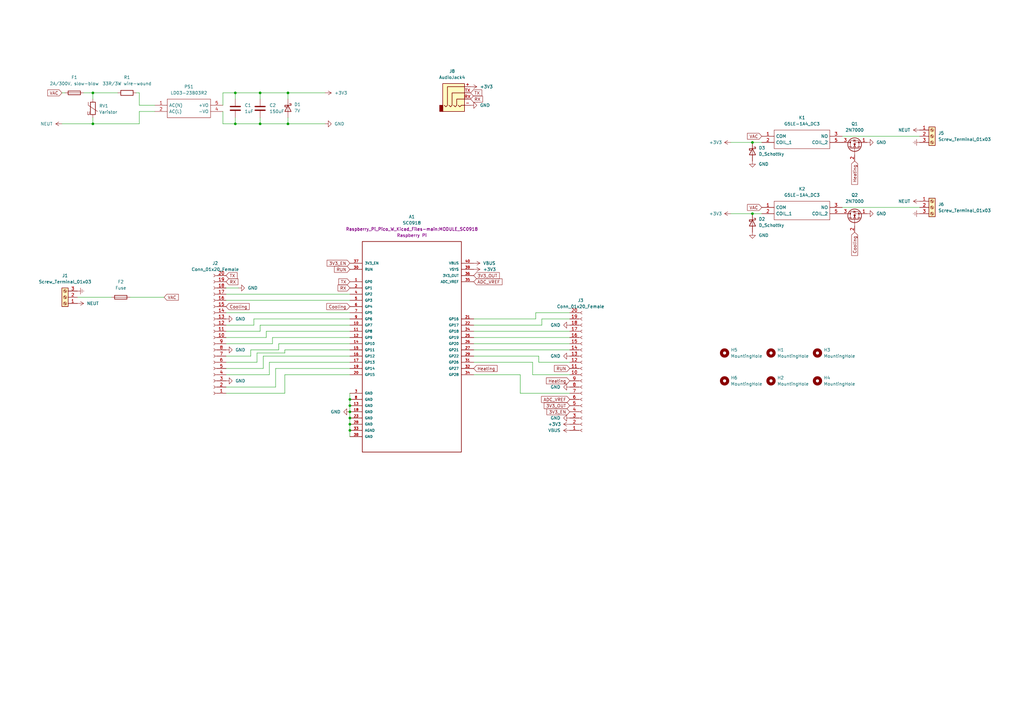
<source format=kicad_sch>
(kicad_sch (version 20211123) (generator eeschema)
  (paper "A3")
  (lib_symbols
    (symbol "54-00174:54-00174"
      (property "Reference" "J" (at 0 8.89 0))
      (property "Value" "54-00174" (at 0 6.35 0))
      (symbol "54-00174_0_1"
        (rectangle (start -6.35 -5.08) (end -7.62 -7.62) (stroke (width 0.254)) (fill (type outline)))
        (polyline (pts (xy 0 -5.08) (xy 0.635 -5.715) (xy 1.27 -5.08) (xy 2.54 -5.08)) (stroke (width 0.254)))
        (polyline (pts (xy -5.715 -5.08) (xy -5.08 -5.715) (xy -4.445 -5.08) (xy -4.445 2.54) (xy 2.54 2.54)) (stroke (width 0.254)))
        (polyline (pts (xy -1.905 -5.08) (xy -1.27 -5.715) (xy -0.635 -5.08) (xy -0.635 -2.54) (xy 2.54 -2.54)) (stroke (width 0.254)))
        (polyline (pts (xy 2.54 0) (xy -2.54 0) (xy -2.54 -5.08) (xy -3.175 -5.715) (xy -3.81 -5.08)) (stroke (width 0.254)))
        (rectangle (start 2.54 3.81) (end -6.35 -7.62) (stroke (width 0.254)) (fill (type background)))
      )
      (symbol "54-00174_1_1"
        (pin passive line (at 5.08 2.54 180) (length 2.54) (name "~") (number "+"))
        (pin passive line (at 5.08 -5.08 180) (length 2.54) (name "~") (number "-"))
        (pin passive line (at 5.08 -2.54 180) (length 2.54) (name "~") (number "RX"))
        (pin passive line (at 5.08 0 180) (length 2.54) (name "~") (number "TX"))
      )
    )
    (symbol "Connector:Conn_01x20_Female" (pin_names (offset 1.016) hide)
      (property "Reference" "J" (at 0 25.4 0))
      (property "Value" "Conn_01x20_Female" (at 0 -27.94 0))
      (symbol "Conn_01x20_Female_1_1"
        (arc (start 0 -24.892) (mid -0.508 -25.4) (end 0 -25.908) (stroke (width 0.1524)))
        (arc (start 0 -22.352) (mid -0.508 -22.86) (end 0 -23.368) (stroke (width 0.1524)))
        (arc (start 0 -19.812) (mid -0.508 -20.32) (end 0 -20.828) (stroke (width 0.1524)))
        (arc (start 0 -17.272) (mid -0.508 -17.78) (end 0 -18.288) (stroke (width 0.1524)))
        (arc (start 0 -14.732) (mid -0.508 -15.24) (end 0 -15.748) (stroke (width 0.1524)))
        (arc (start 0 -12.192) (mid -0.508 -12.7) (end 0 -13.208) (stroke (width 0.1524)))
        (arc (start 0 -9.652) (mid -0.508 -10.16) (end 0 -10.668) (stroke (width 0.1524)))
        (arc (start 0 -7.112) (mid -0.508 -7.62) (end 0 -8.128) (stroke (width 0.1524)))
        (arc (start 0 -4.572) (mid -0.508 -5.08) (end 0 -5.588) (stroke (width 0.1524)))
        (arc (start 0 -2.032) (mid -0.508 -2.54) (end 0 -3.048) (stroke (width 0.1524)))
        (polyline (pts (xy -1.27 -25.4) (xy -0.508 -25.4)) (stroke (width 0.1524)))
        (polyline (pts (xy -1.27 -22.86) (xy -0.508 -22.86)) (stroke (width 0.1524)))
        (polyline (pts (xy -1.27 -20.32) (xy -0.508 -20.32)) (stroke (width 0.1524)))
        (polyline (pts (xy -1.27 -17.78) (xy -0.508 -17.78)) (stroke (width 0.1524)))
        (polyline (pts (xy -1.27 -15.24) (xy -0.508 -15.24)) (stroke (width 0.1524)))
        (polyline (pts (xy -1.27 -12.7) (xy -0.508 -12.7)) (stroke (width 0.1524)))
        (polyline (pts (xy -1.27 -10.16) (xy -0.508 -10.16)) (stroke (width 0.1524)))
        (polyline (pts (xy -1.27 -7.62) (xy -0.508 -7.62)) (stroke (width 0.1524)))
        (polyline (pts (xy -1.27 -5.08) (xy -0.508 -5.08)) (stroke (width 0.1524)))
        (polyline (pts (xy -1.27 -2.54) (xy -0.508 -2.54)) (stroke (width 0.1524)))
        (polyline (pts (xy -1.27 0) (xy -0.508 0)) (stroke (width 0.1524)))
        (polyline (pts (xy -1.27 2.54) (xy -0.508 2.54)) (stroke (width 0.1524)))
        (polyline (pts (xy -1.27 5.08) (xy -0.508 5.08)) (stroke (width 0.1524)))
        (polyline (pts (xy -1.27 7.62) (xy -0.508 7.62)) (stroke (width 0.1524)))
        (polyline (pts (xy -1.27 10.16) (xy -0.508 10.16)) (stroke (width 0.1524)))
        (polyline (pts (xy -1.27 12.7) (xy -0.508 12.7)) (stroke (width 0.1524)))
        (polyline (pts (xy -1.27 15.24) (xy -0.508 15.24)) (stroke (width 0.1524)))
        (polyline (pts (xy -1.27 17.78) (xy -0.508 17.78)) (stroke (width 0.1524)))
        (polyline (pts (xy -1.27 20.32) (xy -0.508 20.32)) (stroke (width 0.1524)))
        (polyline (pts (xy -1.27 22.86) (xy -0.508 22.86)) (stroke (width 0.1524)))
        (arc (start 0 0.508) (mid -0.508 0) (end 0 -0.508) (stroke (width 0.1524)))
        (arc (start 0 3.048) (mid -0.508 2.54) (end 0 2.032) (stroke (width 0.1524)))
        (arc (start 0 5.588) (mid -0.508 5.08) (end 0 4.572) (stroke (width 0.1524)))
        (arc (start 0 8.128) (mid -0.508 7.62) (end 0 7.112) (stroke (width 0.1524)))
        (arc (start 0 10.668) (mid -0.508 10.16) (end 0 9.652) (stroke (width 0.1524)))
        (arc (start 0 13.208) (mid -0.508 12.7) (end 0 12.192) (stroke (width 0.1524)))
        (arc (start 0 15.748) (mid -0.508 15.24) (end 0 14.732) (stroke (width 0.1524)))
        (arc (start 0 18.288) (mid -0.508 17.78) (end 0 17.272) (stroke (width 0.1524)))
        (arc (start 0 20.828) (mid -0.508 20.32) (end 0 19.812) (stroke (width 0.1524)))
        (arc (start 0 23.368) (mid -0.508 22.86) (end 0 22.352) (stroke (width 0.1524)))
        (pin passive line (at -5.08 22.86 0) (length 3.81) (name "Pin_1") (number "1"))
        (pin passive line (at -5.08 0 0) (length 3.81) (name "Pin_10") (number "10"))
        (pin passive line (at -5.08 -2.54 0) (length 3.81) (name "Pin_11") (number "11"))
        (pin passive line (at -5.08 -5.08 0) (length 3.81) (name "Pin_12") (number "12"))
        (pin passive line (at -5.08 -7.62 0) (length 3.81) (name "Pin_13") (number "13"))
        (pin passive line (at -5.08 -10.16 0) (length 3.81) (name "Pin_14") (number "14"))
        (pin passive line (at -5.08 -12.7 0) (length 3.81) (name "Pin_15") (number "15"))
        (pin passive line (at -5.08 -15.24 0) (length 3.81) (name "Pin_16") (number "16"))
        (pin passive line (at -5.08 -17.78 0) (length 3.81) (name "Pin_17") (number "17"))
        (pin passive line (at -5.08 -20.32 0) (length 3.81) (name "Pin_18") (number "18"))
        (pin passive line (at -5.08 -22.86 0) (length 3.81) (name "Pin_19") (number "19"))
        (pin passive line (at -5.08 20.32 0) (length 3.81) (name "Pin_2") (number "2"))
        (pin passive line (at -5.08 -25.4 0) (length 3.81) (name "Pin_20") (number "20"))
        (pin passive line (at -5.08 17.78 0) (length 3.81) (name "Pin_3") (number "3"))
        (pin passive line (at -5.08 15.24 0) (length 3.81) (name "Pin_4") (number "4"))
        (pin passive line (at -5.08 12.7 0) (length 3.81) (name "Pin_5") (number "5"))
        (pin passive line (at -5.08 10.16 0) (length 3.81) (name "Pin_6") (number "6"))
        (pin passive line (at -5.08 7.62 0) (length 3.81) (name "Pin_7") (number "7"))
        (pin passive line (at -5.08 5.08 0) (length 3.81) (name "Pin_8") (number "8"))
        (pin passive line (at -5.08 2.54 0) (length 3.81) (name "Pin_9") (number "9"))
      )
    )
    (symbol "Connector:Screw_Terminal_01x03" (pin_names (offset 1.016) hide)
      (property "Reference" "J" (at 0 5.08 0))
      (property "Value" "Screw_Terminal_01x03" (at 0 -5.08 0))
      (symbol "Screw_Terminal_01x03_1_1"
        (rectangle (start -1.27 3.81) (end 1.27 -3.81) (stroke (width 0.254)) (fill (type background)))
        (circle (center 0 -2.54) (radius 0.635) (stroke (width 0.1524)))
        (polyline (pts (xy -0.5334 -2.2098) (xy 0.3302 -3.048)) (stroke (width 0.1524)))
        (polyline (pts (xy -0.5334 0.3302) (xy 0.3302 -0.508)) (stroke (width 0.1524)))
        (polyline (pts (xy -0.5334 2.8702) (xy 0.3302 2.032)) (stroke (width 0.1524)))
        (polyline (pts (xy -0.3556 -2.032) (xy 0.508 -2.8702)) (stroke (width 0.1524)))
        (polyline (pts (xy -0.3556 0.508) (xy 0.508 -0.3302)) (stroke (width 0.1524)))
        (polyline (pts (xy -0.3556 3.048) (xy 0.508 2.2098)) (stroke (width 0.1524)))
        (circle (center 0 0) (radius 0.635) (stroke (width 0.1524)))
        (circle (center 0 2.54) (radius 0.635) (stroke (width 0.1524)))
        (pin passive line (at -5.08 2.54 0) (length 3.81) (name "Pin_1") (number "1"))
        (pin passive line (at -5.08 0 0) (length 3.81) (name "Pin_2") (number "2"))
        (pin passive line (at -5.08 -2.54 0) (length 3.81) (name "Pin_3") (number "3"))
      )
    )
    (symbol "Device:C" (pin_numbers hide) (pin_names (offset 0.254))
      (property "Reference" "C" (at 0.635 2.54 0))
      (property "Value" "C" (at 0.635 -2.54 0))
      (symbol "C_0_1"
        (polyline (pts (xy -2.032 -0.762) (xy 2.032 -0.762)) (stroke (width 0.508)))
        (polyline (pts (xy -2.032 0.762) (xy 2.032 0.762)) (stroke (width 0.508)))
      )
      (symbol "C_1_1"
        (pin passive line (at 0 3.81 270) (length 2.794) (name "~") (number "1"))
        (pin passive line (at 0 -3.81 90) (length 2.794) (name "~") (number "2"))
      )
    )
    (symbol "Device:D_Schottky" (pin_numbers hide) (pin_names (offset 1.016) hide)
      (property "Reference" "D" (at 0 2.54 0))
      (property "Value" "D_Schottky" (at 0 -2.54 0))
      (symbol "D_Schottky_0_1"
        (polyline (pts (xy 1.27 0) (xy -1.27 0)))
        (polyline (pts (xy 1.27 1.27) (xy 1.27 -1.27) (xy -1.27 0) (xy 1.27 1.27)) (stroke (width 0.254)))
        (polyline (pts (xy -1.905 0.635) (xy -1.905 1.27) (xy -1.27 1.27) (xy -1.27 -1.27) (xy -0.635 -1.27) (xy -0.635 -0.635)) (stroke (width 0.254)))
      )
      (symbol "D_Schottky_1_1"
        (pin passive line (at -3.81 0 0) (length 2.54) (name "K") (number "1"))
        (pin passive line (at 3.81 0 180) (length 2.54) (name "A") (number "2"))
      )
    )
    (symbol "Device:Fuse" (pin_numbers hide) (pin_names (offset 0))
      (property "Reference" "F" (at 2.032 0 90))
      (property "Value" "Fuse" (at -1.905 0 90))
      (symbol "Fuse_0_1"
        (rectangle (start -0.762 -2.54) (end 0.762 2.54) (stroke (width 0.254)))
        (polyline (pts (xy 0 2.54) (xy 0 -2.54)))
      )
      (symbol "Fuse_1_1"
        (pin passive line (at 0 3.81 270) (length 1.27) (name "~") (number "1"))
        (pin passive line (at 0 -3.81 90) (length 1.27) (name "~") (number "2"))
      )
    )
    (symbol "Device:R" (pin_numbers hide) (pin_names (offset 0))
      (property "Reference" "R" (at 2.032 0 90))
      (property "Value" "R" (at 0 0 90))
      (symbol "R_0_1"
        (rectangle (start -1.016 -2.54) (end 1.016 2.54) (stroke (width 0.254)))
      )
      (symbol "R_1_1"
        (pin passive line (at 0 3.81 270) (length 1.27) (name "~") (number "1"))
        (pin passive line (at 0 -3.81 90) (length 1.27) (name "~") (number "2"))
      )
    )
    (symbol "Device:Varistor" (pin_numbers hide) (pin_names (offset 0))
      (property "Reference" "RV" (at 3.175 0 90))
      (property "Value" "Varistor" (at -3.175 0 90))
      (symbol "Varistor_0_0"
        (text "U" (at -1.778 -2.032 0) (effects (font (size 1.27 1.27))))
      )
      (symbol "Varistor_0_1"
        (rectangle (start -1.016 -2.54) (end 1.016 2.54) (stroke (width 0.254)))
        (polyline (pts (xy -1.905 2.54) (xy -1.905 1.27) (xy 1.905 -1.27)))
      )
      (symbol "Varistor_1_1"
        (pin passive line (at 0 3.81 270) (length 1.27) (name "~") (number "1"))
        (pin passive line (at 0 -3.81 90) (length 1.27) (name "~") (number "2"))
      )
    )
    (symbol "G5LE-1A4_DC3:G5LE-1A4_DC3" (pin_names (offset 0.762))
      (property "Reference" "K" (at 29.21 7.62 0))
      (property "Value" "G5LE-1A4_DC3" (at 29.21 5.08 0))
      (symbol "G5LE-1A4_DC3_0_0"
        (pin passive line (at 0 0 0) (length 5.08) (name "COM") (number "1"))
        (pin passive line (at 0 -2.54 0) (length 5.08) (name "COIL_1") (number "2"))
        (pin passive line (at 33.02 0 180) (length 5.08) (name "NO") (number "3"))
        (pin passive line (at 33.02 -2.54 180) (length 5.08) (name "COIL_2") (number "5"))
      )
      (symbol "G5LE-1A4_DC3_0_1"
        (polyline (pts (xy 5.08 2.54) (xy 27.94 2.54) (xy 27.94 -5.08) (xy 5.08 -5.08) (xy 5.08 2.54)) (stroke (width 0.1524)))
      )
    )
    (symbol "LD03-23B03R2:LD03-23B03R2" (pin_names (offset 0.762))
      (property "Reference" "PS" (at 24.13 7.62 0))
      (property "Value" "LD03-23B03R2" (at 24.13 5.08 0))
      (symbol "LD03-23B03R2_0_0"
        (pin passive line (at 0 0 0) (length 5.08) (name "AC(N)") (number "1"))
        (pin passive line (at 0 -2.54 0) (length 5.08) (name "AC(L)") (number "2"))
        (pin passive line (at 27.94 -2.54 180) (length 5.08) (name "-VO") (number "4"))
        (pin passive line (at 27.94 0 180) (length 5.08) (name "+VO") (number "5"))
      )
      (symbol "LD03-23B03R2_0_1"
        (polyline (pts (xy 5.08 2.54) (xy 22.86 2.54) (xy 22.86 -5.08) (xy 5.08 -5.08) (xy 5.08 2.54)) (stroke (width 0.1524)))
      )
    )
    (symbol "Mechanical:MountingHole" (pin_names (offset 1.016))
      (property "Reference" "H" (at 0 5.08 0))
      (property "Value" "MountingHole" (at 0 3.175 0))
      (symbol "MountingHole_0_1"
        (circle (center 0 0) (radius 1.27) (stroke (width 1.27)))
      )
    )
    (symbol "Raspberry_Pi_Pico_W_SC0918:SC0918" (pin_names (offset 1.016))
      (property "Reference" "A1" (at 0 58.42 0))
      (property "Value" "SC0918" (at 0 55.88 0))
      (property "Footprint" "Raspberry Pi:MODULE_SC0918" (at -12.7 -46.99 0))
      (property "manufacturer" "Raspberry Pi" (at 0 53.34 0))
      (symbol "SC0918_0_0"
        (rectangle (start -20.32 -43.18) (end 20.32 43.18) (stroke (width 0.254)))
        (pin bidirectional line (at -25.4 26.67 0) (length 5.08) (name "GP0") (number "1"))
        (pin bidirectional line (at -25.4 8.89 0) (length 5.08) (name "GP7") (number "10"))
        (pin bidirectional line (at -25.4 6.35 0) (length 5.08) (name "GP8") (number "11"))
        (pin bidirectional line (at -25.4 3.81 0) (length 5.08) (name "GP9") (number "12"))
        (pin power_in line (at -25.4 -24.13 0) (length 5.08) (name "GND") (number "13"))
        (pin bidirectional line (at -25.4 1.27 0) (length 5.08) (name "GP10") (number "14"))
        (pin bidirectional line (at -25.4 -1.27 0) (length 5.08) (name "GP11") (number "15"))
        (pin bidirectional line (at -25.4 -3.81 0) (length 5.08) (name "GP12") (number "16"))
        (pin bidirectional line (at -25.4 -6.35 0) (length 5.08) (name "GP13") (number "17"))
        (pin power_in line (at -25.4 -26.67 0) (length 5.08) (name "GND") (number "18"))
        (pin bidirectional line (at -25.4 -8.89 0) (length 5.08) (name "GP14") (number "19"))
        (pin bidirectional line (at -25.4 24.13 0) (length 5.08) (name "GP1") (number "2"))
        (pin bidirectional line (at -25.4 -11.43 0) (length 5.08) (name "GP15") (number "20"))
        (pin bidirectional line (at 25.4 11.43 180) (length 5.08) (name "GP16") (number "21"))
        (pin bidirectional line (at 25.4 8.89 180) (length 5.08) (name "GP17") (number "22"))
        (pin power_in line (at -25.4 -29.21 0) (length 5.08) (name "GND") (number "23"))
        (pin bidirectional line (at 25.4 6.35 180) (length 5.08) (name "GP18") (number "24"))
        (pin bidirectional line (at 25.4 3.81 180) (length 5.08) (name "GP19") (number "25"))
        (pin bidirectional line (at 25.4 1.27 180) (length 5.08) (name "GP20") (number "26"))
        (pin bidirectional line (at 25.4 -1.27 180) (length 5.08) (name "GP21") (number "27"))
        (pin power_in line (at -25.4 -31.75 0) (length 5.08) (name "GND") (number "28"))
        (pin bidirectional line (at 25.4 -3.81 180) (length 5.08) (name "GP22") (number "29"))
        (pin power_in line (at -25.4 -19.05 0) (length 5.08) (name "GND") (number "3"))
        (pin input line (at -25.4 31.75 0) (length 5.08) (name "RUN") (number "30"))
        (pin bidirectional line (at 25.4 -6.35 180) (length 5.08) (name "GP26") (number "31"))
        (pin bidirectional line (at 25.4 -8.89 180) (length 5.08) (name "GP27") (number "32"))
        (pin power_in line (at -25.4 -34.29 0) (length 5.08) (name "AGND") (number "33"))
        (pin bidirectional line (at 25.4 -11.43 180) (length 5.08) (name "GP28") (number "34"))
        (pin power_in line (at 25.4 26.67 180) (length 5.08) (name "ADC_VREF") (number "35"))
        (pin power_in line (at 25.4 29.21 180) (length 5.08) (name "3V3_OUT") (number "36"))
        (pin input line (at -25.4 34.29 0) (length 5.08) (name "3V3_EN") (number "37"))
        (pin power_in line (at -25.4 -36.83 0) (length 5.08) (name "GND") (number "38"))
        (pin free line (at 25.4 31.75 180) (length 5.08) (name "VSYS") (number "39"))
        (pin bidirectional line (at -25.4 21.59 0) (length 5.08) (name "GP2") (number "4"))
        (pin free line (at 25.4 34.29 180) (length 5.08) (name "VBUS") (number "40"))
        (pin bidirectional line (at -25.4 19.05 0) (length 5.08) (name "GP3") (number "5"))
        (pin bidirectional line (at -25.4 16.51 0) (length 5.08) (name "GP4") (number "6"))
        (pin bidirectional line (at -25.4 13.97 0) (length 5.08) (name "GP5") (number "7"))
        (pin power_in line (at -25.4 -21.59 0) (length 5.08) (name "GND") (number "8"))
        (pin bidirectional line (at -25.4 11.43 0) (length 5.08) (name "GP6") (number "9"))
      )
    )
    (symbol "Transistor_FET:2N7000" (pin_names hide)
      (property "Reference" "Q" (at 5.08 1.905 0))
      (property "Value" "2N7000" (at 5.08 0 0))
      (symbol "2N7000_0_1"
        (polyline (pts (xy 0.254 0) (xy -2.54 0)))
        (polyline (pts (xy 0.254 1.905) (xy 0.254 -1.905)) (stroke (width 0.254)))
        (polyline (pts (xy 0.762 -1.27) (xy 0.762 -2.286)) (stroke (width 0.254)))
        (polyline (pts (xy 0.762 0.508) (xy 0.762 -0.508)) (stroke (width 0.254)))
        (polyline (pts (xy 0.762 2.286) (xy 0.762 1.27)) (stroke (width 0.254)))
        (polyline (pts (xy 2.54 2.54) (xy 2.54 1.778)))
        (polyline (pts (xy 2.54 -2.54) (xy 2.54 0) (xy 0.762 0)))
        (polyline (pts (xy 0.762 -1.778) (xy 3.302 -1.778) (xy 3.302 1.778) (xy 0.762 1.778)))
        (polyline (pts (xy 1.016 0) (xy 2.032 0.381) (xy 2.032 -0.381) (xy 1.016 0)) (fill (type outline)))
        (polyline (pts (xy 2.794 0.508) (xy 2.921 0.381) (xy 3.683 0.381) (xy 3.81 0.254)))
        (polyline (pts (xy 3.302 0.381) (xy 2.921 -0.254) (xy 3.683 -0.254) (xy 3.302 0.381)))
        (circle (center 1.651 0) (radius 2.794) (stroke (width 0.254)))
        (circle (center 2.54 -1.778) (radius 0.254) (fill (type outline)))
        (circle (center 2.54 1.778) (radius 0.254) (fill (type outline)))
      )
      (symbol "2N7000_1_1"
        (pin passive line (at 2.54 -5.08 90) (length 2.54) (name "S") (number "1"))
        (pin input line (at -5.08 0 0) (length 2.54) (name "G") (number "2"))
        (pin passive line (at 2.54 5.08 270) (length 2.54) (name "D") (number "3"))
      )
    )
    (symbol "power:+3V3" (power) (pin_names (offset 0))
      (property "Value" "+3V3" (at 0 3.556 0))
      (symbol "+3V3_0_1"
        (polyline (pts (xy -0.762 1.27) (xy 0 2.54)))
        (polyline (pts (xy 0 0) (xy 0 2.54)))
        (polyline (pts (xy 0 2.54) (xy 0.762 1.27)))
      )
      (symbol "+3V3_1_1"
        (pin power_in line (at 0 0 90) (length 0) hide (name "+3V3") (number "1"))
      )
    )
    (symbol "power:Earth" (power) (pin_names (offset 0))
      (symbol "Earth_0_1"
        (polyline (pts (xy -0.635 -1.905) (xy 0.635 -1.905)))
        (polyline (pts (xy -0.127 -2.54) (xy 0.127 -2.54)))
        (polyline (pts (xy 0 -1.27) (xy 0 0)))
        (polyline (pts (xy 1.27 -1.27) (xy -1.27 -1.27)))
      )
      (symbol "Earth_1_1"
        (pin power_in line (at 0 0 270) (length 0) hide (name "Earth") (number "1"))
      )
    )
    (symbol "power:GND" (power) (pin_names (offset 0))
      (property "Value" "GND" (at 0 -3.81 0))
      (symbol "GND_0_1"
        (polyline (pts (xy 0 0) (xy 0 -1.27) (xy 1.27 -1.27) (xy 0 -2.54) (xy -1.27 -1.27) (xy 0 -1.27)))
      )
      (symbol "GND_1_1"
        (pin power_in line (at 0 0 270) (length 0) hide (name "GND") (number "1"))
      )
    )
    (symbol "power:NEUT" (power) (pin_names (offset 0))
      (property "Value" "NEUT" (at 0 3.81 0))
      (symbol "NEUT_0_1"
        (polyline (pts (xy -0.762 1.27) (xy 0 2.54)))
        (polyline (pts (xy 0 0) (xy 0 2.54)))
        (polyline (pts (xy 0 2.54) (xy 0.762 1.27)))
      )
      (symbol "NEUT_1_1"
        (pin power_in line (at 0 0 90) (length 0) hide (name "NEUT") (number "1"))
      )
    )
    (symbol "power:VBUS" (power) (pin_names (offset 0))
      (property "Value" "VBUS" (at 0 3.81 0))
      (symbol "VBUS_0_1"
        (polyline (pts (xy -0.762 1.27) (xy 0 2.54)))
        (polyline (pts (xy 0 0) (xy 0 2.54)))
        (polyline (pts (xy 0 2.54) (xy 0.762 1.27)))
      )
      (symbol "VBUS_1_1"
        (pin power_in line (at 0 0 90) (length 0) hide (name "VBUS") (number "1"))
      )
    )
  )
  (junction (at 96.52 50.8))
  (junction (at 106.68 38.1))
  (junction (at 143.51 163.83))
  (junction (at 143.51 171.45))
  (junction (at 143.51 168.91))
  (junction (at 143.51 173.99))
  (junction (at 96.52 38.1))
  (junction (at 143.51 166.37))
  (junction (at 118.11 38.1))
  (junction (at 118.11 50.8))
  (junction (at 38.1 38.1))
  (junction (at 143.51 176.53))
  (junction (at 38.1 50.8))
  (junction (at 106.68 50.8))
  (junction (at 308.61 87.63))
  (junction (at 308.61 58.42))
  (wire (pts (xy 106.68 50.8) (xy 118.11 50.8)))
  (wire (pts (xy 116.84 144.78) (xy 105.41 144.78)))
  (wire (pts (xy 96.52 50.8) (xy 106.68 50.8)))
  (wire (pts (xy 45.72 121.92) (xy 31.75 121.92)))
  (wire (pts (xy 92.71 128.27) (xy 143.51 128.27)))
  (wire (pts (xy 143.51 173.99) (xy 143.51 176.53)))
  (wire (pts (xy 63.5 45.72) (xy 57.15 45.72)))
  (wire (pts (xy 213.36 161.29) (xy 233.68 161.29)))
  (wire (pts (xy 143.51 135.89) (xy 109.22 135.89)))
  (wire (pts (xy 106.68 48.26) (xy 106.68 50.8)))
  (wire (pts (xy 92.71 123.19) (xy 143.51 123.19)))
  (wire (pts (xy 25.4 50.8) (xy 38.1 50.8)))
  (wire (pts (xy 218.44 148.59) (xy 218.44 153.67)))
  (wire (pts (xy 194.31 153.67) (xy 213.36 153.67)))
  (wire (pts (xy 220.98 146.05) (xy 220.98 148.59)))
  (wire (pts (xy 194.31 138.43) (xy 233.68 138.43)))
  (wire (pts (xy 105.41 144.78) (xy 105.41 148.59)))
  (wire (pts (xy 143.51 143.51) (xy 116.84 143.51)))
  (wire (pts (xy 55.88 38.1) (xy 57.15 38.1)))
  (wire (pts (xy 34.29 38.1) (xy 38.1 38.1)))
  (wire (pts (xy 118.11 38.1) (xy 118.11 40.64)))
  (wire (pts (xy 118.11 38.1) (xy 133.35 38.1)))
  (wire (pts (xy 91.44 43.18) (xy 91.44 38.1)))
  (wire (pts (xy 92.71 151.13) (xy 107.95 151.13)))
  (wire (pts (xy 91.44 50.8) (xy 96.52 50.8)))
  (wire (pts (xy 143.51 133.35) (xy 106.68 133.35)))
  (wire (pts (xy 143.51 171.45) (xy 143.51 173.99)))
  (wire (pts (xy 143.51 161.29) (xy 143.51 163.83)))
  (wire (pts (xy 194.31 146.05) (xy 220.98 146.05)))
  (wire (pts (xy 143.51 163.83) (xy 143.51 166.37)))
  (wire (pts (xy 143.51 151.13) (xy 113.03 151.13)))
  (wire (pts (xy 222.25 133.35) (xy 222.25 130.81)))
  (wire (pts (xy 308.61 58.42) (xy 312.42 58.42)))
  (wire (pts (xy 222.25 130.81) (xy 233.68 130.81)))
  (wire (pts (xy 113.03 158.75) (xy 92.71 158.75)))
  (wire (pts (xy 143.51 168.91) (xy 143.51 171.45)))
  (wire (pts (xy 57.15 38.1) (xy 57.15 43.18)))
  (wire (pts (xy 113.03 151.13) (xy 113.03 158.75)))
  (wire (pts (xy 114.3 143.51) (xy 102.87 143.51)))
  (wire (pts (xy 143.51 138.43) (xy 111.76 138.43)))
  (wire (pts (xy 143.51 130.81) (xy 104.14 130.81)))
  (wire (pts (xy 299.72 87.63) (xy 308.61 87.63)))
  (wire (pts (xy 96.52 38.1) (xy 106.68 38.1)))
  (wire (pts (xy 219.71 130.81) (xy 219.71 128.27)))
  (wire (pts (xy 116.84 143.51) (xy 116.84 144.78)))
  (wire (pts (xy 143.51 148.59) (xy 110.49 148.59)))
  (wire (pts (xy 91.44 45.72) (xy 91.44 50.8)))
  (wire (pts (xy 110.49 148.59) (xy 110.49 153.67)))
  (wire (pts (xy 91.44 38.1) (xy 96.52 38.1)))
  (wire (pts (xy 345.44 85.09) (xy 377.19 85.09)))
  (wire (pts (xy 67.31 121.92) (xy 53.34 121.92)))
  (wire (pts (xy 143.51 140.97) (xy 114.3 140.97)))
  (wire (pts (xy 96.52 48.26) (xy 96.52 50.8)))
  (wire (pts (xy 92.71 148.59) (xy 105.41 148.59)))
  (wire (pts (xy 116.84 153.67) (xy 143.51 153.67)))
  (wire (pts (xy 109.22 138.43) (xy 92.71 138.43)))
  (wire (pts (xy 96.52 38.1) (xy 96.52 40.64)))
  (wire (pts (xy 102.87 146.05) (xy 92.71 146.05)))
  (wire (pts (xy 143.51 176.53) (xy 143.51 179.07)))
  (wire (pts (xy 218.44 153.67) (xy 233.68 153.67)))
  (wire (pts (xy 104.14 130.81) (xy 104.14 133.35)))
  (wire (pts (xy 194.31 130.81) (xy 219.71 130.81)))
  (wire (pts (xy 107.95 146.05) (xy 107.95 151.13)))
  (wire (pts (xy 63.5 43.18) (xy 57.15 43.18)))
  (wire (pts (xy 38.1 48.26) (xy 38.1 50.8)))
  (wire (pts (xy 57.15 45.72) (xy 57.15 50.8)))
  (wire (pts (xy 116.84 161.29) (xy 116.84 153.67)))
  (wire (pts (xy 92.71 120.65) (xy 143.51 120.65)))
  (wire (pts (xy 111.76 140.97) (xy 92.71 140.97)))
  (wire (pts (xy 219.71 128.27) (xy 233.68 128.27)))
  (wire (pts (xy 92.71 153.67) (xy 110.49 153.67)))
  (wire (pts (xy 104.14 133.35) (xy 92.71 133.35)))
  (wire (pts (xy 308.61 87.63) (xy 312.42 87.63)))
  (wire (pts (xy 106.68 133.35) (xy 106.68 135.89)))
  (wire (pts (xy 38.1 38.1) (xy 48.26 38.1)))
  (wire (pts (xy 143.51 146.05) (xy 107.95 146.05)))
  (wire (pts (xy 92.71 118.11) (xy 97.79 118.11)))
  (wire (pts (xy 25.4 38.1) (xy 26.67 38.1)))
  (wire (pts (xy 345.44 55.88) (xy 377.19 55.88)))
  (wire (pts (xy 194.31 133.35) (xy 222.25 133.35)))
  (wire (pts (xy 38.1 50.8) (xy 57.15 50.8)))
  (wire (pts (xy 109.22 135.89) (xy 109.22 138.43)))
  (wire (pts (xy 38.1 38.1) (xy 38.1 40.64)))
  (wire (pts (xy 143.51 166.37) (xy 143.51 168.91)))
  (wire (pts (xy 114.3 140.97) (xy 114.3 143.51)))
  (wire (pts (xy 220.98 148.59) (xy 233.68 148.59)))
  (wire (pts (xy 102.87 143.51) (xy 102.87 146.05)))
  (wire (pts (xy 194.31 148.59) (xy 218.44 148.59)))
  (wire (pts (xy 106.68 38.1) (xy 106.68 40.64)))
  (wire (pts (xy 194.31 140.97) (xy 233.68 140.97)))
  (wire (pts (xy 118.11 48.26) (xy 118.11 50.8)))
  (wire (pts (xy 106.68 38.1) (xy 118.11 38.1)))
  (wire (pts (xy 92.71 161.29) (xy 116.84 161.29)))
  (wire (pts (xy 299.72 58.42) (xy 308.61 58.42)))
  (wire (pts (xy 194.31 135.89) (xy 233.68 135.89)))
  (wire (pts (xy 118.11 50.8) (xy 133.35 50.8)))
  (wire (pts (xy 111.76 138.43) (xy 111.76 140.97)))
  (wire (pts (xy 194.31 143.51) (xy 233.68 143.51)))
  (wire (pts (xy 106.68 135.89) (xy 92.71 135.89)))
  (wire (pts (xy 213.36 153.67) (xy 213.36 161.29)))
  (global_label "Heating" (shape input) (at 233.68 156.21 180) (property "Intersheet References" "${INTERSHEET_REFS}" (effects hide)))
  (global_label "RUN" (shape input) (at 143.51 110.49 180) (property "Intersheet References" "${INTERSHEET_REFS}" (effects hide)))
  (global_label "Cooling" (shape input) (at 92.71 125.73 0) (property "Intersheet References" "${INTERSHEET_REFS}" (effects hide)))
  (global_label "RUN" (shape input) (at 233.68 151.13 180) (property "Intersheet References" "${INTERSHEET_REFS}" (effects hide)))
  (global_label "Heating" (shape input) (at 350.52 66.04 270) (property "Intersheet References" "${INTERSHEET_REFS}" (effects hide)))
  (global_label "Cooling" (shape input) (at 350.52 95.25 270) (property "Intersheet References" "${INTERSHEET_REFS}" (effects hide)))
  (global_label "VAC" (shape input) (at 25.4 38.1 180) (property "Intersheet References" "${INTERSHEET_REFS}" (effects hide)))
  (global_label "ADC_VREF" (shape input) (at 194.31 115.57 0) (property "Intersheet References" "${INTERSHEET_REFS}" (effects hide)))
  (global_label "3V3_EN" (shape input) (at 233.68 168.91 180) (property "Intersheet References" "${INTERSHEET_REFS}" (effects hide)))
  (global_label "RX" (shape input) (at 193.04 40.64 0) (property "Intersheet References" "${INTERSHEET_REFS}" (effects hide)))
  (global_label "ADC_VREF" (shape input) (at 233.68 163.83 180) (property "Intersheet References" "${INTERSHEET_REFS}" (effects hide)))
  (global_label "3V3_OUT" (shape input) (at 233.68 166.37 180) (property "Intersheet References" "${INTERSHEET_REFS}" (effects hide)))
  (global_label "3V3_EN" (shape input) (at 143.51 107.95 180) (property "Intersheet References" "${INTERSHEET_REFS}" (effects hide)))
  (global_label "Cooling" (shape input) (at 143.51 125.73 180) (property "Intersheet References" "${INTERSHEET_REFS}" (effects hide)))
  (global_label "VAC" (shape input) (at 67.31 121.92 0) (property "Intersheet References" "${INTERSHEET_REFS}" (effects hide)))
  (global_label "VAC" (shape input) (at 312.42 85.09 180) (property "Intersheet References" "${INTERSHEET_REFS}" (effects hide)))
  (global_label "VAC" (shape input) (at 312.42 55.88 180) (property "Intersheet References" "${INTERSHEET_REFS}" (effects hide)))
  (global_label "TX" (shape input) (at 193.04 38.1 0) (property "Intersheet References" "${INTERSHEET_REFS}" (effects hide)))
  (global_label "RX" (shape input) (at 143.51 118.11 180) (property "Intersheet References" "${INTERSHEET_REFS}" (effects hide)))
  (global_label "TX" (shape input) (at 143.51 115.57 180) (property "Intersheet References" "${INTERSHEET_REFS}" (effects hide)))
  (global_label "Heating" (shape input) (at 194.31 151.13 0) (property "Intersheet References" "${INTERSHEET_REFS}" (effects hide)))
  (global_label "RX" (shape input) (at 92.71 115.57 0) (property "Intersheet References" "${INTERSHEET_REFS}" (effects hide)))
  (global_label "TX" (shape input) (at 92.71 113.03 0) (property "Intersheet References" "${INTERSHEET_REFS}" (effects hide)))
  (global_label "3V3_OUT" (shape input) (at 194.31 113.03 0) (property "Intersheet References" "${INTERSHEET_REFS}" (effects hide)))
  (symbol (lib_id "Mechanical:MountingHole") (at 316.23 144.78 0) (unit 1)
    (property "Reference" "H1" (at 318.77 143.5099 0) (effects (justify left)))
    (property "Value" "MountingHole" (at 318.77 146.0499 0) (effects (justify left)))
    (property "Footprint" "MountingHole:MountingHole_3mm" (effects hide))
  )
  (symbol (lib_id "power:+3V3") (at 193.04 35.56 270) (unit 1)
    (property "Reference" "#PWR0131" (effects hide))
    (property "Value" "+3V3" (at 196.85 35.5599 90) (effects (justify left)))
  )
  (symbol (lib_id "power:GND") (at 308.61 95.25 0) (unit 1)
    (property "Reference" "#PWR0122" (effects hide))
    (property "Value" "GND" (at 311.15 96.5199 0) (effects (justify left)))
  )
  (symbol (lib_id "G5LE-1A4_DC3:G5LE-1A4_DC3") (at 312.42 55.88 0) (unit 1)
    (property "Reference" "K1" (at 328.93 48.26 0))
    (property "Value" "G5LE-1A4_DC3" (at 328.93 50.8 0))
    (property "Footprint" "KiCad1:G5LE1A4DC3" (effects hide))
    (property "Datasheet" "http://www.omron.com/ecb/products/pdf/en-g5le.pdf" (effects hide))
    (property "Description" "General Purpose Relays Power PCB Relay" (effects hide))
    (property "Height" "19" (effects hide))
    (property "Manufacturer_Name" "Omron Electronics" (effects hide))
    (property "Manufacturer_Part_Number" "G5LE-1A4 DC3" (effects hide))
    (property "Mouser Part Number" "653-G5LE-1A4DC3" (effects hide))
    (property "Mouser Price/Stock" "https://www.mouser.co.uk/ProductDetail/Omron-Electronics/G5LE-1A4-DC3?qs=wkx8pu8tL7IvWkjKUXxpCQ%3D%3D" (effects hide))
  )
  (symbol (lib_id "54-00174:54-00174") (at 187.96 38.1 0) (unit 1)
    (property "Reference" "J8" (at 185.42 29.21 0))
    (property "Value" "AudioJack4" (at 185.42 31.75 0))
    (property "Footprint" "54-00174:54-00174_JACK" (effects hide))
  )
  (symbol (lib_id "Mechanical:MountingHole") (at 297.18 156.21 0) (unit 1)
    (property "Reference" "H6" (at 299.72 154.9399 0) (effects (justify left)))
    (property "Value" "MountingHole" (at 299.72 157.4799 0) (effects (justify left)))
    (property "Footprint" "MountingHole:MountingHole_3mm" (effects hide))
  )
  (symbol (lib_id "power:GND") (at 308.61 66.04 0) (unit 1)
    (property "Reference" "#PWR0124" (effects hide))
    (property "Value" "GND" (at 311.15 67.3099 0) (effects (justify left)))
  )
  (symbol (lib_id "Device:R") (at 52.07 38.1 270) (mirror x) (unit 1)
    (property "Reference" "R1" (at 52.07 31.75 90))
    (property "Value" "33R/3W wire-wound" (at 52.07 34.29 90))
    (property "Footprint" "AC03000003309JACCS:AC03000003309JACCS" (effects hide))
  )
  (symbol (lib_id "Device:Fuse") (at 30.48 38.1 90) (unit 1)
    (property "Reference" "F1" (at 30.48 31.75 90))
    (property "Value" "2A/300V, slow-blow" (at 30.48 34.29 90))
    (property "Footprint" "KiCad4:38312000000" (effects hide))
  )
  (symbol (lib_id "power:Earth") (at 377.19 58.42 270) (unit 1)
    (property "Reference" "#PWR0128" (effects hide))
    (property "Value" "Earth" (effects hide))
  )
  (symbol (lib_id "power:VBUS") (at 233.68 176.53 90) (unit 1)
    (property "Reference" "#PWR0121" (effects hide))
    (property "Value" "VBUS" (at 224.79 176.53 90) (effects (justify right)))
  )
  (symbol (lib_id "Device:Fuse") (at 49.53 121.92 90) (unit 1)
    (property "Reference" "F2" (at 49.53 115.57 90))
    (property "Value" "Fuse" (at 49.53 118.11 90))
    (property "Footprint" "KiCad7:696105003002" (effects hide))
  )
  (symbol (lib_id "Device:D_Schottky") (at 308.61 62.23 270) (unit 1)
    (property "Reference" "D3" (at 311.15 60.6424 90) (effects (justify left)))
    (property "Value" "D_Schottky" (at 311.15 63.1824 90) (effects (justify left)))
    (property "Footprint" "LIB_STPS3L60QRL:DIOAD1300W80L670D310" (effects hide))
  )
  (symbol (lib_id "power:GND") (at 233.68 158.75 270) (unit 1)
    (property "Reference" "#PWR0111" (effects hide))
    (property "Value" "GND" (at 229.87 158.7499 90) (effects (justify right)))
  )
  (symbol (lib_id "power:GND") (at 133.35 50.8 90) (unit 1)
    (property "Reference" "#PWR0101" (effects hide))
    (property "Value" "GND" (at 137.16 50.7999 90) (effects (justify right)))
  )
  (symbol (lib_id "power:NEUT") (at 25.4 50.8 90) (unit 1)
    (property "Reference" "#PWR0116" (effects hide))
    (property "Value" "NEUT" (at 21.59 50.7999 90) (effects (justify left)))
  )
  (symbol (lib_id "power:+3V3") (at 299.72 87.63 90) (unit 1)
    (property "Reference" "#PWR0123" (effects hide))
    (property "Value" "+3V3" (at 290.83 87.63 90) (effects (justify right)))
  )
  (symbol (lib_id "G5LE-1A4_DC3:G5LE-1A4_DC3") (at 312.42 85.09 0) (unit 1)
    (property "Reference" "K2" (at 328.93 77.47 0))
    (property "Value" "G5LE-1A4_DC3" (at 328.93 80.01 0))
    (property "Footprint" "KiCad1:G5LE1A4DC3" (effects hide))
    (property "Datasheet" "http://www.omron.com/ecb/products/pdf/en-g5le.pdf" (effects hide))
    (property "Description" "General Purpose Relays Power PCB Relay" (effects hide))
    (property "Height" "19" (effects hide))
    (property "Manufacturer_Name" "Omron Electronics" (effects hide))
    (property "Manufacturer_Part_Number" "G5LE-1A4 DC3" (effects hide))
    (property "Mouser Part Number" "653-G5LE-1A4DC3" (effects hide))
    (property "Mouser Price/Stock" "https://www.mouser.co.uk/ProductDetail/Omron-Electronics/G5LE-1A4-DC3?qs=wkx8pu8tL7IvWkjKUXxpCQ%3D%3D" (effects hide))
  )
  (symbol (lib_id "power:NEUT") (at 377.19 53.34 90) (unit 1)
    (property "Reference" "#PWR0104" (effects hide))
    (property "Value" "NEUT" (at 373.38 53.3399 90) (effects (justify left)))
  )
  (symbol (lib_id "Transistor_FET:2N7000") (at 350.52 60.96 90) (unit 1)
    (property "Reference" "Q1" (at 350.52 50.8 90))
    (property "Value" "2N7000" (at 350.52 53.34 90))
    (property "Footprint" "KiCad5:BS270" (effects hide))
    (property "Datasheet" "https://www.onsemi.com/pub/Collateral/NDS7002A-D.PDF" (effects hide))
  )
  (symbol (lib_id "Device:D_Schottky") (at 118.11 44.45 270) (unit 1)
    (property "Reference" "D1" (at 120.65 42.8624 90) (effects (justify left)))
    (property "Value" "7V" (at 120.65 45.4024 90) (effects (justify left)))
    (property "Footprint" "SA7:SA7.0A-E3_54" (effects hide))
  )
  (symbol (lib_id "Mechanical:MountingHole") (at 316.23 156.21 0) (unit 1)
    (property "Reference" "H2" (at 318.77 154.9399 0) (effects (justify left)))
    (property "Value" "MountingHole" (at 318.77 157.4799 0) (effects (justify left)))
    (property "Footprint" "MountingHole:MountingHole_3mm" (effects hide))
  )
  (symbol (lib_id "power:GND") (at 233.68 171.45 270) (unit 1)
    (property "Reference" "#PWR0118" (effects hide))
    (property "Value" "GND" (at 229.87 171.4499 90) (effects (justify right)))
  )
  (symbol (lib_id "power:+3V3") (at 194.31 110.49 270) (unit 1)
    (property "Reference" "#PWR0110" (effects hide))
    (property "Value" "+3V3" (at 198.12 110.4899 90) (effects (justify left)))
  )
  (symbol (lib_id "power:GND") (at 92.71 130.81 90) (unit 1)
    (property "Reference" "#PWR0105" (effects hide))
    (property "Value" "GND" (at 96.52 130.8099 90) (effects (justify right)))
  )
  (symbol (lib_id "power:GND") (at 193.04 43.18 90) (unit 1)
    (property "Reference" "#PWR0132" (effects hide))
    (property "Value" "GND" (at 196.85 43.1799 90) (effects (justify right)))
  )
  (symbol (lib_id "power:VBUS") (at 194.31 107.95 270) (unit 1)
    (property "Reference" "#PWR0120" (effects hide))
    (property "Value" "VBUS" (at 198.12 107.9499 90) (effects (justify left)))
  )
  (symbol (lib_id "Mechanical:MountingHole") (at 335.28 144.78 0) (unit 1)
    (property "Reference" "H3" (at 337.82 143.5099 0) (effects (justify left)))
    (property "Value" "MountingHole" (at 337.82 146.0499 0) (effects (justify left)))
    (property "Footprint" "MountingHole:MountingHole_3mm" (effects hide))
  )
  (symbol (lib_id "power:NEUT") (at 377.19 82.55 90) (unit 1)
    (property "Reference" "#PWR0103" (effects hide))
    (property "Value" "NEUT" (at 373.38 82.5499 90) (effects (justify left)))
  )
  (symbol (lib_id "power:Earth") (at 377.19 87.63 270) (unit 1)
    (property "Reference" "#PWR0127" (effects hide))
    (property "Value" "Earth" (effects hide))
  )
  (symbol (lib_id "Device:C") (at 96.52 44.45 0) (unit 1)
    (property "Reference" "C1" (at 100.33 43.1799 0) (effects (justify left)))
    (property "Value" "1uF" (at 100.33 45.7199 0) (effects (justify left)))
    (property "Footprint" "Capacitor_THT:C_Disc_D5.0mm_W2.5mm_P2.50mm" (effects hide))
  )
  (symbol (lib_id "power:+3V3") (at 299.72 58.42 90) (unit 1)
    (property "Reference" "#PWR0125" (effects hide))
    (property "Value" "+3V3" (at 290.83 58.42 90) (effects (justify right)))
  )
  (symbol (lib_id "power:NEUT") (at 31.75 124.46 270) (unit 1)
    (property "Reference" "#PWR0117" (effects hide))
    (property "Value" "NEUT" (at 35.56 124.4599 90) (effects (justify left)))
  )
  (symbol (lib_id "Device:C") (at 106.68 44.45 0) (unit 1)
    (property "Reference" "C2" (at 110.49 43.1799 0) (effects (justify left)))
    (property "Value" "150uF" (at 110.49 45.7199 0) (effects (justify left)))
    (property "Footprint" "Capacitor_THT:CP_Radial_D6.3mm_P2.50mm" (effects hide))
  )
  (symbol (lib_id "Connector:Screw_Terminal_01x03") (at 382.27 55.88 0) (unit 1)
    (property "Reference" "J5" (at 384.81 54.6099 0) (effects (justify left)))
    (property "Value" "Screw_Terminal_01x03" (at 384.81 57.1499 0) (effects (justify left)))
    (property "Footprint" "KiCad2:1760520000" (effects hide))
  )
  (symbol (lib_id "Connector:Screw_Terminal_01x03") (at 382.27 85.09 0) (unit 1)
    (property "Reference" "J6" (at 384.81 83.8199 0) (effects (justify left)))
    (property "Value" "Screw_Terminal_01x03" (at 384.81 86.3599 0) (effects (justify left)))
    (property "Footprint" "KiCad2:1760520000" (effects hide))
  )
  (symbol (lib_id "power:+3V3") (at 133.35 38.1 270) (unit 1)
    (property "Reference" "#PWR0102" (effects hide))
    (property "Value" "+3V3" (at 137.16 38.0999 90) (effects (justify left)))
  )
  (symbol (lib_id "power:GND") (at 355.6 87.63 90) (unit 1)
    (property "Reference" "#PWR0115" (effects hide))
    (property "Value" "GND" (at 359.41 87.6299 90) (effects (justify right)))
  )
  (symbol (lib_id "Mechanical:MountingHole") (at 335.28 156.21 0) (unit 1)
    (property "Reference" "H4" (at 337.82 154.9399 0) (effects (justify left)))
    (property "Value" "MountingHole" (at 337.82 157.4799 0) (effects (justify left)))
    (property "Footprint" "MountingHole:MountingHole_3mm" (effects hide))
  )
  (symbol (lib_id "Device:D_Schottky") (at 308.61 91.44 270) (unit 1)
    (property "Reference" "D2" (at 311.15 89.8524 90) (effects (justify left)))
    (property "Value" "D_Schottky" (at 311.15 92.3924 90) (effects (justify left)))
    (property "Footprint" "LIB_STPS3L60QRL:DIOAD1300W80L670D310" (effects hide))
  )
  (symbol (lib_id "Device:Varistor") (at 38.1 44.45 0) (unit 1)
    (property "Reference" "RV1" (at 40.64 43.4331 0) (effects (justify left)))
    (property "Value" "Varistor" (at 40.64 45.9731 0) (effects (justify left)))
    (property "Footprint" "KiCad3:B72214P2351K101" (effects hide))
  )
  (symbol (lib_id "power:GND") (at 233.68 146.05 270) (unit 1)
    (property "Reference" "#PWR0113" (effects hide))
    (property "Value" "GND" (at 229.87 146.0499 90) (effects (justify right)))
  )
  (symbol (lib_id "LD03-23B03R2:LD03-23B03R2") (at 63.5 43.18 0) (unit 1)
    (property "Reference" "PS1" (at 77.47 35.56 0))
    (property "Value" "LD03-23B03R2" (at 77.47 38.1 0))
    (property "Footprint" "KiCad:LD0323B03R2" (effects hide))
    (property "Datasheet" "https://www.mornsun-power.com/html/pdf/LD03-23B03R2.html" (effects hide))
    (property "Description" "Enclosed AC DC Converters 1 Uitgang 3.3V - - - 900mA 85 ~{} 305 VAC, 100 ~{} 430 VDC Input" (effects hide))
    (property "Height" "18.1" (effects hide))
    (property "Manufacturer_Name" "Mornsun Power" (effects hide))
    (property "Manufacturer_Part_Number" "LD03-23B03R2" (effects hide))
  )
  (symbol (lib_id "power:GND") (at 233.68 133.35 270) (unit 1)
    (property "Reference" "#PWR0112" (effects hide))
    (property "Value" "GND" (at 229.87 133.3499 90) (effects (justify right)))
  )
  (symbol (lib_id "Mechanical:MountingHole") (at 297.18 144.78 0) (unit 1)
    (property "Reference" "H5" (at 299.72 143.5099 0) (effects (justify left)))
    (property "Value" "MountingHole" (at 299.72 146.0499 0) (effects (justify left)))
    (property "Footprint" "MountingHole:MountingHole_3mm" (effects hide))
  )
  (symbol (lib_id "Connector:Screw_Terminal_01x03") (at 26.67 121.92 180) (unit 1)
    (property "Reference" "J1" (at 26.67 113.03 0))
    (property "Value" "Screw_Terminal_01x03" (at 26.67 115.57 0))
    (property "Footprint" "KiCad2:1760520000" (effects hide))
  )
  (symbol (lib_id "Raspberry_Pi_Pico_W_SC0918:SC0918") (at 168.91 142.24 0) (unit 1)
    (property "Reference" "A1" (at 168.91 88.9 0))
    (property "Value" "SC0918" (at 168.91 91.44 0))
    (property "Footprint" "Raspberry_Pi_Pico_W_Kicad_Files-main:MODULE_SC0918" (at 168.91 93.98 0))
    (property "Datasheet" "https://datasheets.raspberrypi.com/picow/pico-w-datasheet.pdf" (effects hide))
    (property "manufacturer" "Raspberry Pi" (at 168.91 96.52 0))
    (property "P/N" "SC0918" (effects hide))
    (property "PARTREV" "1.6" (effects hide))
    (property "MAXIMUM_PACKAGE_HEIGHT" "3.73mm" (effects hide))
  )
  (symbol (lib_id "power:+3V3") (at 233.68 173.99 90) (unit 1)
    (property "Reference" "#PWR0119" (effects hide))
    (property "Value" "+3V3" (at 224.79 173.99 90) (effects (justify right)))
  )
  (symbol (lib_id "power:GND") (at 97.79 118.11 90) (unit 1)
    (property "Reference" "#PWR0108" (effects hide))
    (property "Value" "GND" (at 101.6 118.1099 90) (effects (justify right)))
  )
  (symbol (lib_id "power:GND") (at 92.71 143.51 90) (unit 1)
    (property "Reference" "#PWR0106" (effects hide))
    (property "Value" "GND" (at 96.52 143.5099 90) (effects (justify right)))
  )
  (symbol (lib_id "power:GND") (at 355.6 58.42 90) (unit 1)
    (property "Reference" "#PWR0114" (effects hide))
    (property "Value" "GND" (at 359.41 58.4199 90) (effects (justify right)))
  )
  (symbol (lib_id "Connector:Conn_01x20_Female") (at 87.63 138.43 180) (unit 1)
    (property "Reference" "J2" (at 88.265 107.95 0))
    (property "Value" "Conn_01x20_Female" (at 88.265 110.49 0))
    (property "Footprint" "Connector_PinHeader_2.54mm:PinHeader_1x20_P2.54mm_Vertical" (effects hide))
  )
  (symbol (lib_id "power:GND") (at 92.71 156.21 90) (unit 1)
    (property "Reference" "#PWR0107" (effects hide))
    (property "Value" "GND" (at 96.52 156.2099 90) (effects (justify right)))
  )
  (symbol (lib_id "Transistor_FET:2N7000") (at 350.52 90.17 90) (unit 1)
    (property "Reference" "Q2" (at 350.52 80.01 90))
    (property "Value" "2N7000" (at 350.52 82.55 90))
    (property "Footprint" "KiCad5:BS270" (effects hide))
    (property "Datasheet" "https://www.onsemi.com/pub/Collateral/NDS7002A-D.PDF" (effects hide))
  )
  (symbol (lib_id "Connector:Conn_01x20_Female") (at 238.76 153.67 0) (mirror x) (unit 1)
    (property "Reference" "J3" (at 238.125 123.19 0))
    (property "Value" "Conn_01x20_Female" (at 238.125 125.73 0))
    (property "Footprint" "Connector_PinHeader_2.54mm:PinHeader_1x20_P2.54mm_Vertical" (effects hide))
  )
  (symbol (lib_id "power:Earth") (at 31.75 119.38 90) (unit 1)
    (property "Reference" "#PWR0126" (effects hide))
    (property "Value" "Earth" (effects hide))
  )
  (symbol (lib_id "power:GND") (at 143.51 168.91 270) (unit 1)
    (property "Reference" "#PWR0109" (effects hide))
    (property "Value" "GND" (at 139.7 168.9099 90) (effects (justify right)))
  )
)
</source>
